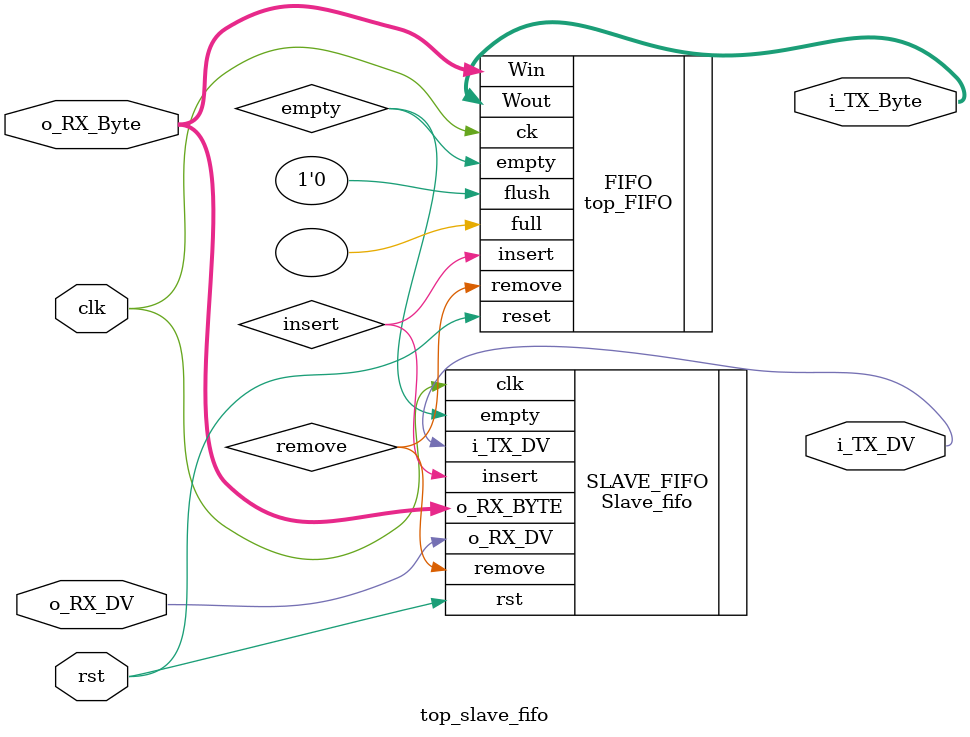
<source format=v>
`timescale 1ns / 1ps


module top_slave_fifo#(parameter SIZE_FIFO=5)(
    input wire clk,rst,
    input wire o_RX_DV, //segnale proveniente da spi slave che indica che il dato è stato ricevuto
    input wire [19:0] o_RX_Byte, //parola ricevuta da linea MOSI
    output wire i_TX_DV, //segnale per abilitare invio di nuovo dato su linea MISO
    output wire [19:0] i_TX_Byte //Segnale da trasmettere su linea MISO
    );
    
    wire empty,remove,insert;
    
    Slave_fifo SLAVE_FIFO(.clk(clk), .rst(rst), .o_RX_DV(o_RX_DV), .empty(empty), .o_RX_BYTE(o_RX_Byte), .i_TX_DV(i_TX_DV), .remove(remove), .insert(insert));
    top_FIFO#(.ADDR_WIDTH(SIZE_FIFO),.DATA_WIDTH(20)) FIFO(.ck(clk), .reset(rst), .insert(insert), .remove(remove), .flush(1'b0), .full(), .Win(o_RX_Byte), .empty(empty), .Wout(i_TX_Byte));
    
endmodule

</source>
